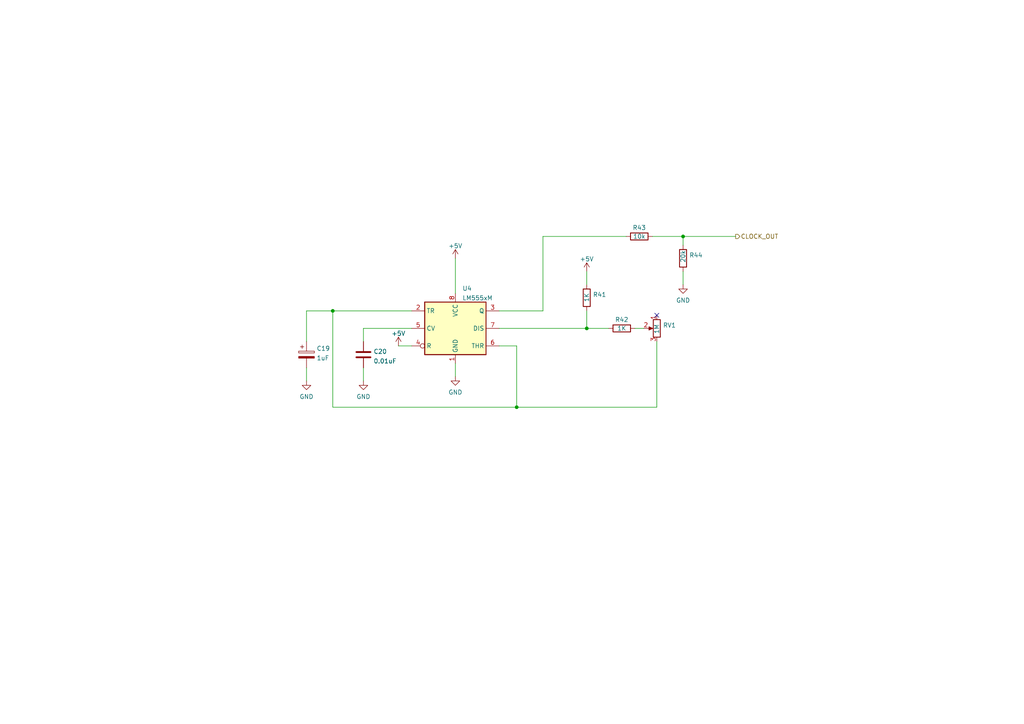
<source format=kicad_sch>
(kicad_sch (version 20211123) (generator eeschema)
  (paper "A4")
  (title_block (title "FPGA Input Board - Clock") (company "Ailton Luiz Dias Siqueira Junior"))
  (lib_symbols
    (symbol "Device:C" (pin_numbers hide) (pin_names (offset 0.254))
      (property "Reference" "C" (at 0.635 2.54 0))
      (property "Value" "C" (at 0.635 -2.54 0))
      (symbol "C_0_1"
        (polyline (pts (xy -2.032 -0.762) (xy 2.032 -0.762)) (stroke (width 0.508)))
        (polyline (pts (xy -2.032 0.762) (xy 2.032 0.762)) (stroke (width 0.508)))
      )
      (symbol "C_1_1"
        (pin passive line (at 0 3.81 270) (length 2.794) (name "~") (number "1"))
        (pin passive line (at 0 -3.81 90) (length 2.794) (name "~") (number "2"))
      )
    )
    (symbol "Device:C_Polarized" (pin_numbers hide) (pin_names (offset 0.254))
      (property "Reference" "C" (at 0.635 2.54 0))
      (property "Value" "C_Polarized" (at 0.635 -2.54 0))
      (symbol "C_Polarized_0_1"
        (rectangle (start -2.286 0.508) (end 2.286 1.016))
        (polyline (pts (xy -1.778 2.286) (xy -0.762 2.286)))
        (polyline (pts (xy -1.27 2.794) (xy -1.27 1.778)))
        (rectangle (start 2.286 -0.508) (end -2.286 -1.016) (fill (type outline)))
      )
      (symbol "C_Polarized_1_1"
        (pin passive line (at 0 3.81 270) (length 2.794) (name "~") (number "1"))
        (pin passive line (at 0 -3.81 90) (length 2.794) (name "~") (number "2"))
      )
    )
    (symbol "Device:R" (pin_numbers hide) (pin_names (offset 0))
      (property "Reference" "R" (at 2.032 0 90))
      (property "Value" "R" (at 0 0 90))
      (symbol "R_0_1"
        (rectangle (start -1.016 -2.54) (end 1.016 2.54) (stroke (width 0.254)))
      )
      (symbol "R_1_1"
        (pin passive line (at 0 3.81 270) (length 1.27) (name "~") (number "1"))
        (pin passive line (at 0 -3.81 90) (length 1.27) (name "~") (number "2"))
      )
    )
    (symbol "Device:R_Potentiometer" (pin_names (offset 1.016) hide)
      (property "Reference" "RV" (at -4.445 0 90))
      (property "Value" "R_Potentiometer" (at -2.54 0 90))
      (symbol "R_Potentiometer_0_1"
        (polyline (pts (xy 2.54 0) (xy 1.524 0)))
        (polyline (pts (xy 1.143 0) (xy 2.286 0.508) (xy 2.286 -0.508) (xy 1.143 0)) (fill (type outline)))
        (rectangle (start 1.016 2.54) (end -1.016 -2.54) (stroke (width 0.254)))
      )
      (symbol "R_Potentiometer_1_1"
        (pin passive line (at 0 3.81 270) (length 1.27) (name "1") (number "1"))
        (pin passive line (at 3.81 0 180) (length 1.27) (name "2") (number "2"))
        (pin passive line (at 0 -3.81 90) (length 1.27) (name "3") (number "3"))
      )
    )
    (symbol "Timer:LM555xM"
      (property "Reference" "U" (at -10.16 8.89 0))
      (property "Value" "LM555xM" (at 2.54 8.89 0))
      (symbol "LM555xM_0_0"
        (pin power_in line (at 0 -10.16 90) (length 2.54) (name "GND") (number "1"))
        (pin power_in line (at 0 10.16 270) (length 2.54) (name "VCC") (number "8"))
      )
      (symbol "LM555xM_0_1"
        (rectangle (start -8.89 -7.62) (end 8.89 7.62) (stroke (width 0.254)) (fill (type background)))
        (rectangle (start -8.89 -7.62) (end 8.89 7.62) (stroke (width 0.254)) (fill (type background)))
      )
      (symbol "LM555xM_1_1"
        (pin input line (at -12.7 5.08 0) (length 3.81) (name "TR") (number "2"))
        (pin output line (at 12.7 5.08 180) (length 3.81) (name "Q") (number "3"))
        (pin input inverted (at -12.7 -5.08 0) (length 3.81) (name "R") (number "4"))
        (pin input line (at -12.7 0 0) (length 3.81) (name "CV") (number "5"))
        (pin input line (at 12.7 -5.08 180) (length 3.81) (name "THR") (number "6"))
        (pin input line (at 12.7 0 180) (length 3.81) (name "DIS") (number "7"))
      )
    )
    (symbol "power:+5V" (power) (pin_names (offset 0))
      (property "Value" "+5V" (at 0 3.556 0))
      (symbol "+5V_0_1"
        (polyline (pts (xy -0.762 1.27) (xy 0 2.54)))
        (polyline (pts (xy 0 0) (xy 0 2.54)))
        (polyline (pts (xy 0 2.54) (xy 0.762 1.27)))
      )
      (symbol "+5V_1_1"
        (pin power_in line (at 0 0 90) (length 0) hide (name "+5V") (number "1"))
      )
    )
    (symbol "power:GND" (power) (pin_names (offset 0))
      (property "Value" "GND" (at 0 -3.81 0))
      (symbol "GND_0_1"
        (polyline (pts (xy 0 0) (xy 0 -1.27) (xy 1.27 -1.27) (xy 0 -2.54) (xy -1.27 -1.27) (xy 0 -1.27)))
      )
      (symbol "GND_1_1"
        (pin power_in line (at 0 0 270) (length 0) hide (name "GND") (number "1"))
      )
    )
  )
  (junction (at 96.52 90.17))
  (junction (at 198.12 68.58))
  (junction (at 149.86 118.11))
  (junction (at 170.18 95.25))
  (no_connect (at 190.5 91.44))
  (wire (pts (xy 132.08 74.93) (xy 132.08 85.09)))
  (wire (pts (xy 184.15 95.25) (xy 186.69 95.25)))
  (wire (pts (xy 115.57 100.33) (xy 119.38 100.33)))
  (wire (pts (xy 132.08 105.41) (xy 132.08 109.22)))
  (wire (pts (xy 144.78 100.33) (xy 149.86 100.33)))
  (wire (pts (xy 198.12 78.74) (xy 198.12 82.55)))
  (wire (pts (xy 96.52 118.11) (xy 149.86 118.11)))
  (wire (pts (xy 88.9 106.68) (xy 88.9 110.49)))
  (wire (pts (xy 190.5 118.11) (xy 149.86 118.11)))
  (wire (pts (xy 96.52 90.17) (xy 88.9 90.17)))
  (wire (pts (xy 105.41 106.68) (xy 105.41 110.49)))
  (wire (pts (xy 157.48 68.58) (xy 181.61 68.58)))
  (wire (pts (xy 190.5 99.06) (xy 190.5 118.11)))
  (wire (pts (xy 189.23 68.58) (xy 198.12 68.58)))
  (wire (pts (xy 144.78 90.17) (xy 157.48 90.17)))
  (wire (pts (xy 96.52 118.11) (xy 96.52 90.17)))
  (wire (pts (xy 149.86 100.33) (xy 149.86 118.11)))
  (wire (pts (xy 157.48 90.17) (xy 157.48 68.58)))
  (wire (pts (xy 170.18 78.74) (xy 170.18 82.55)))
  (wire (pts (xy 198.12 68.58) (xy 213.36 68.58)))
  (wire (pts (xy 119.38 95.25) (xy 105.41 95.25)))
  (wire (pts (xy 198.12 68.58) (xy 198.12 71.12)))
  (wire (pts (xy 105.41 95.25) (xy 105.41 99.06)))
  (wire (pts (xy 88.9 90.17) (xy 88.9 99.06)))
  (wire (pts (xy 144.78 95.25) (xy 170.18 95.25)))
  (wire (pts (xy 170.18 95.25) (xy 176.53 95.25)))
  (wire (pts (xy 170.18 90.17) (xy 170.18 95.25)))
  (wire (pts (xy 96.52 90.17) (xy 119.38 90.17)))
  (hierarchical_label "CLOCK_OUT" (shape output) (at 213.36 68.58 0))
  (symbol (lib_id "Device:R") (at 180.34 95.25 90) (unit 1)
    (property "Reference" "R42" (at 180.34 92.71 90))
    (property "Value" "1K" (at 180.34 95.25 90))
  )
  (symbol (lib_id "power:+5V") (at 115.57 100.33 0) (unit 1)
    (property "Reference" "#PWR054" (effects hide))
    (property "Value" "+5V" (at 115.57 96.7255 0))
  )
  (symbol (lib_id "power:GND") (at 132.08 109.22 0) (unit 1)
    (property "Reference" "#PWR056" (effects hide))
    (property "Value" "GND" (at 132.08 113.7825 0))
  )
  (symbol (lib_id "power:+5V") (at 132.08 74.93 0) (unit 1)
    (property "Reference" "#PWR055" (effects hide))
    (property "Value" "+5V" (at 132.08 71.3255 0))
  )
  (symbol (lib_id "power:GND") (at 88.9 110.49 0) (unit 1)
    (property "Reference" "#PWR052" (effects hide))
    (property "Value" "GND" (at 88.9 115.0525 0))
  )
  (symbol (lib_id "Device:C_Polarized") (at 88.9 102.87 0) (unit 1)
    (property "Reference" "C19" (at 91.821 101.0725 0) (effects (justify left)))
    (property "Value" "1uF" (at 91.821 103.8476 0) (effects (justify left)))
  )
  (symbol (lib_id "Device:R_Potentiometer") (at 190.5 95.25 0) (mirror y) (unit 1)
    (property "Reference" "RV1" (at 192.2779 94.3415 0) (effects (justify right)))
    (property "Value" "1M" (at 190.5 93.98 90) (effects (justify right)))
  )
  (symbol (lib_id "Timer:LM555xM") (at 132.08 95.25 0) (unit 1)
    (property "Reference" "U4" (at 134.0994 83.6635 0) (effects (justify left)))
    (property "Value" "LM555xM" (at 134.0994 86.4386 0) (effects (justify left)))
    (property "Footprint" "Package_SO:SOIC-8_3.9x4.9mm_P1.27mm" (effects hide))
    (property "Datasheet" "http://www.ti.com/lit/ds/symlink/lm555.pdf" (effects hide))
  )
  (symbol (lib_id "power:GND") (at 105.41 110.49 0) (unit 1)
    (property "Reference" "#PWR053" (effects hide))
    (property "Value" "GND" (at 105.41 115.0525 0))
  )
  (symbol (lib_id "Device:C") (at 105.41 102.87 0) (unit 1)
    (property "Reference" "C20" (at 108.331 101.9615 0) (effects (justify left)))
    (property "Value" "0.01uF" (at 108.331 104.7366 0) (effects (justify left)))
  )
  (symbol (lib_id "power:+5V") (at 170.18 78.74 0) (unit 1)
    (property "Reference" "#PWR057" (effects hide))
    (property "Value" "+5V" (at 170.18 75.1355 0))
  )
  (symbol (lib_id "Device:R") (at 170.18 86.36 0) (unit 1)
    (property "Reference" "R41" (at 171.958 85.4515 0) (effects (justify left)))
    (property "Value" "1K" (at 170.18 87.63 90) (effects (justify left)))
  )
  (symbol (lib_id "Device:R") (at 198.12 74.93 180) (unit 1)
    (property "Reference" "R44" (at 199.898 74.0215 0) (effects (justify right)))
    (property "Value" "20k" (at 198.12 76.2 90) (effects (justify right)))
  )
  (symbol (lib_id "power:GND") (at 198.12 82.55 0) (unit 1)
    (property "Reference" "#PWR058" (effects hide))
    (property "Value" "GND" (at 198.12 87.1125 0))
  )
  (symbol (lib_id "Device:R") (at 185.42 68.58 90) (unit 1)
    (property "Reference" "R43" (at 185.42 66.04 90))
    (property "Value" "10k" (at 185.42 68.58 90))
  )
)
</source>
